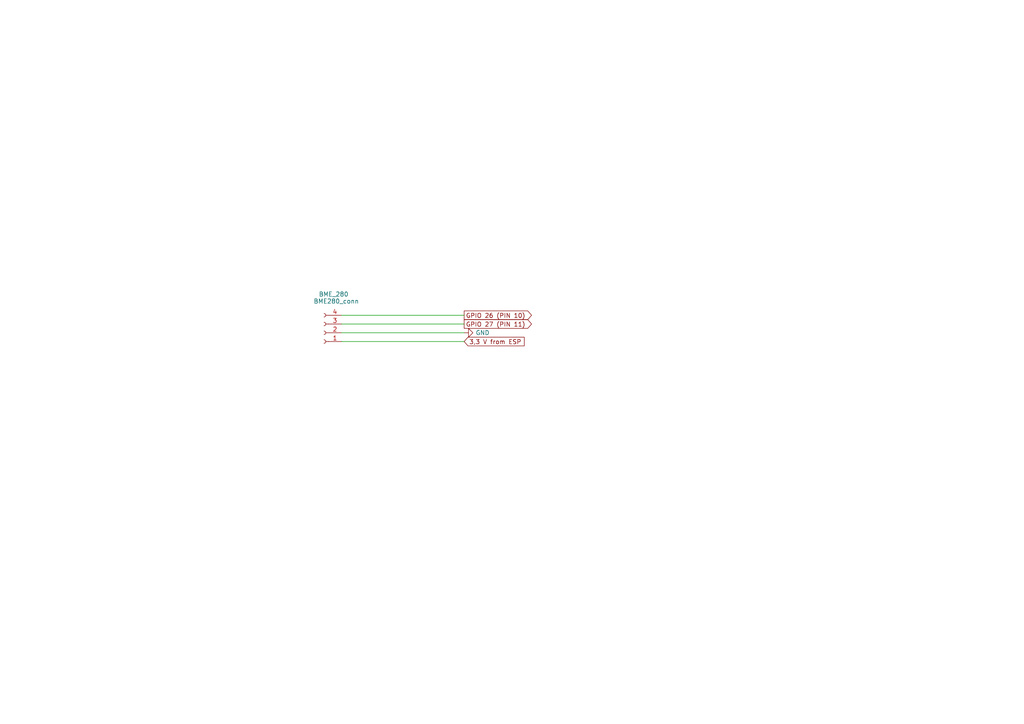
<source format=kicad_sch>
(kicad_sch (version 20231120) (generator "eeschema") (generator_version "8.0")
  (paper "A4")
  (title_block (title "I2C Expansion port for BME_280") (comment 1 "Subsheet Brake Out Borad") (comment 2 "(c) Norbert Schechner"))
  (lib_symbols
    (symbol "Connector:Conn_01x04_Socket" (pin_names (offset 1.016) hide)
      (property "Reference" "J" (at 0 5.08 0))
      (property "Value" "Conn_01x04_Socket" (at 0 -7.62 0))
      (symbol "Conn_01x04_Socket_1_1"
        (arc (start 0 -4.572) (mid -0.5058 -5.08) (end 0 -5.588) (stroke (width 0.1524)))
        (arc (start 0 -2.032) (mid -0.5058 -2.54) (end 0 -3.048) (stroke (width 0.1524)))
        (polyline (pts (xy -1.27 -5.08) (xy -0.508 -5.08)) (stroke (width 0.1524)))
        (polyline (pts (xy -1.27 -2.54) (xy -0.508 -2.54)) (stroke (width 0.1524)))
        (polyline (pts (xy -1.27 0) (xy -0.508 0)) (stroke (width 0.1524)))
        (polyline (pts (xy -1.27 2.54) (xy -0.508 2.54)) (stroke (width 0.1524)))
        (arc (start 0 0.508) (mid -0.5058 0) (end 0 -0.508) (stroke (width 0.1524)))
        (arc (start 0 3.048) (mid -0.5058 2.54) (end 0 2.032) (stroke (width 0.1524)))
        (pin passive line (at -5.08 2.54 0) (length 3.81) (name "Pin_1") (number "1"))
        (pin passive line (at -5.08 0 0) (length 3.81) (name "Pin_2") (number "2"))
        (pin passive line (at -5.08 -2.54 0) (length 3.81) (name "Pin_3") (number "3"))
        (pin passive line (at -5.08 -5.08 0) (length 3.81) (name "Pin_4") (number "4"))
      )
    )
    (symbol "power:GND" (power) (pin_numbers hide) (pin_names (offset 0) hide)
      (property "Value" "GND" (at 0 -3.81 0))
      (symbol "GND_0_1"
        (polyline (pts (xy 0 0) (xy 0 -1.27) (xy 1.27 -1.27) (xy 0 -2.54) (xy -1.27 -1.27) (xy 0 -1.27)))
      )
      (symbol "GND_1_1"
        (pin power_in line (at 0 0 270) (length 0) (name "~") (number "1"))
      )
    )
  )
  (wire (pts (xy 99.06 96.52) (xy 134.62 96.52)))
  (wire (pts (xy 99.06 91.44) (xy 134.62 91.44)))
  (wire (pts (xy 99.06 93.98) (xy 134.62 93.98)))
  (wire (pts (xy 99.06 99.06) (xy 134.62 99.06)))
  (global_label "GPIO 27 (PIN 11)" (shape output) (at 134.62 93.98 0) (property "Intersheetrefs" "${INTERSHEET_REFS}" (at 154.72 93.98 0) (effects (justify left))))
  (global_label "3,3 V from ESP" (shape input) (at 134.62 99.06 0) (property "Intersheetrefs" "${INTERSHEET_REFS}" (at 152.6031 99.06 0) (effects (justify left))))
  (global_label "GPIO 26 (PIN 10)" (shape output) (at 134.62 91.44 0) (property "Intersheetrefs" "${INTERSHEET_REFS}" (at 154.72 91.44 0) (effects (justify left))))
  (symbol (lib_id "power:GND") (at 134.62 96.52 90) (unit 1)
    (property "Reference" "#PWR701" (effects (hide yes)))
    (property "Value" "GND" (at 137.922 96.52 90) (effects (justify right)))
    (property "Description" "Power symbol creates a global label with name \"GND\" , ground" (effects (hide yes)))
  )
  (symbol (lib_id "Connector:Conn_01x04_Socket") (at 93.98 96.52 180) (unit 1)
    (property "Reference" "BME_280" (at 96.774 85.344 0))
    (property "Value" "BME280_conn" (at 97.536 87.376 0))
    (property "Footprint" "Connector_PinSocket_2.54mm:PinSocket_1x04_P2.54mm_Vertical" (effects (hide yes)))
    (property "Description" "Generic connector, single row, 01x04, script generated" (effects (hide yes)))
  )
)
</source>
